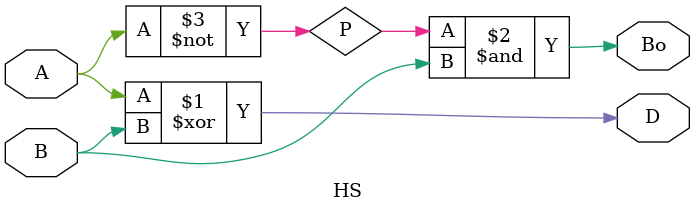
<source format=v>
`timescale 1ns / 1ps


module HS(D,Bo, A, B);
input A, B;
output D, Bo;
wire P;
xor G1(D, A, B);
not (P,A);
and G2(Bo, P, B); 
endmodule

</source>
